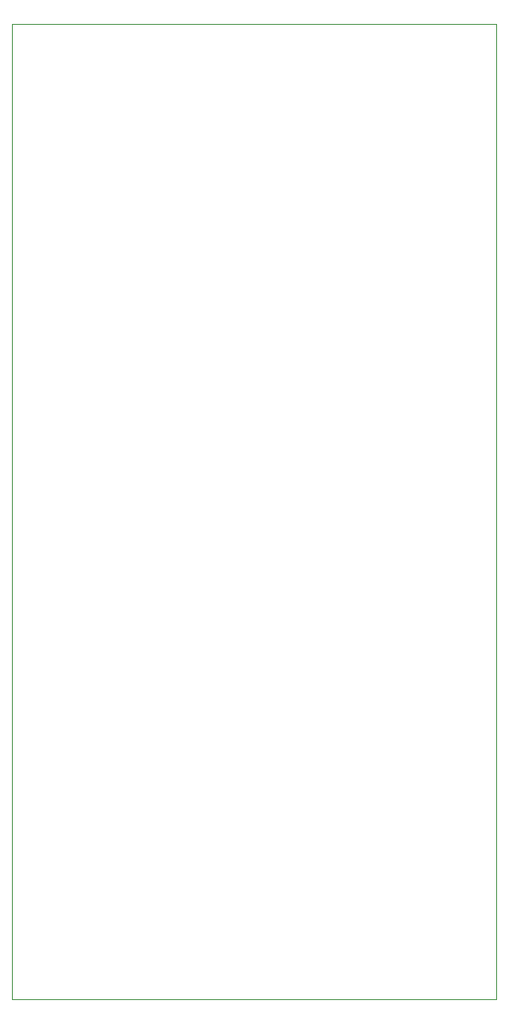
<source format=gm1>
%TF.GenerationSoftware,KiCad,Pcbnew,8.0.4*%
%TF.CreationDate,2024-11-11T12:12:06-05:00*%
%TF.ProjectId,HC-SR04sensor,48432d53-5230-4347-9365-6e736f722e6b,rev?*%
%TF.SameCoordinates,Original*%
%TF.FileFunction,Profile,NP*%
%FSLAX46Y46*%
G04 Gerber Fmt 4.6, Leading zero omitted, Abs format (unit mm)*
G04 Created by KiCad (PCBNEW 8.0.4) date 2024-11-11 12:12:06*
%MOMM*%
%LPD*%
G01*
G04 APERTURE LIST*
%TA.AperFunction,Profile*%
%ADD10C,0.050000*%
%TD*%
G04 APERTURE END LIST*
D10*
X99500000Y-64500000D02*
X147500000Y-64500000D01*
X147500000Y-161000000D01*
X99500000Y-161000000D01*
X99500000Y-64500000D01*
M02*

</source>
